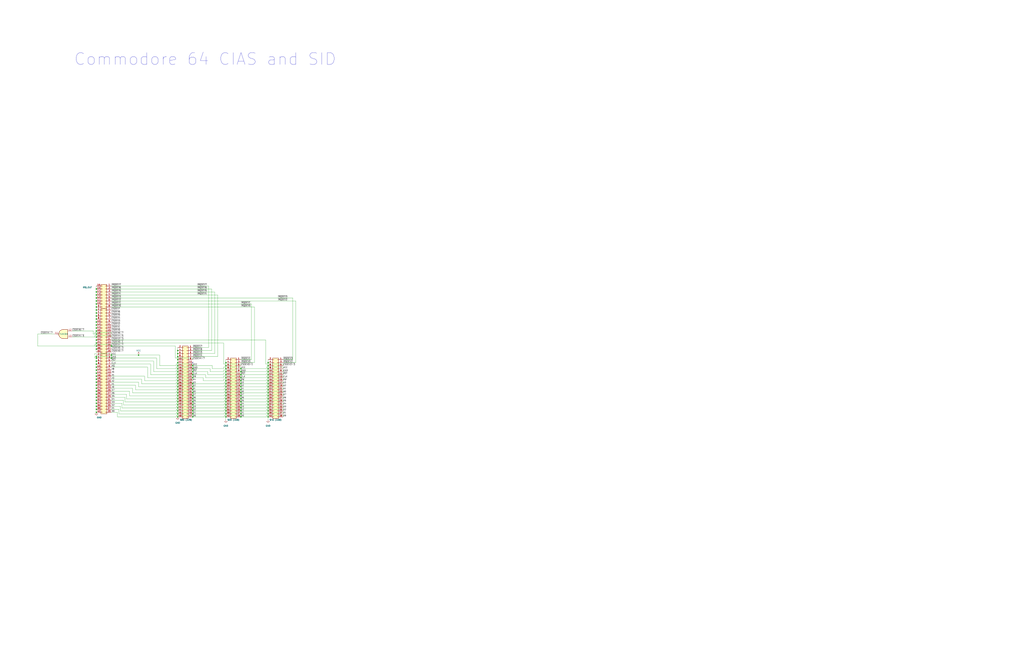
<source format=kicad_sch>
(kicad_sch (version 20211123) (generator eeschema)
  (paper "D")
  (lib_symbols
    (symbol "74xx:74HC00" (pin_names (offset 1.016))
      (property "Reference" "U" (at 0 1.27 0))
      (property "Value" "74HC00" (at 0 -1.27 0))
      (symbol "74HC00_1_1"
        (pin input line (at -7.62 2.54 0) (length 3.81) (name "~") (number "1"))
        (pin input line (at -7.62 -2.54 0) (length 3.81) (name "~") (number "2"))
        (pin output inverted (at 7.62 0 180) (length 3.81) (name "~") (number "3"))
      )
      (symbol "74HC00_1_2"
        (pin input inverted (at -7.62 2.54 0) (length 4.318) (name "~") (number "1"))
        (pin input inverted (at -7.62 -2.54 0) (length 4.318) (name "~") (number "2"))
        (pin output line (at 7.62 0 180) (length 3.81) (name "~") (number "3"))
      )
      (symbol "74HC00_2_1"
        (pin input line (at -7.62 2.54 0) (length 3.81) (name "~") (number "4"))
        (pin input line (at -7.62 -2.54 0) (length 3.81) (name "~") (number "5"))
        (pin output inverted (at 7.62 0 180) (length 3.81) (name "~") (number "6"))
      )
      (symbol "74HC00_2_2"
        (pin input inverted (at -7.62 2.54 0) (length 4.318) (name "~") (number "4"))
        (pin input inverted (at -7.62 -2.54 0) (length 4.318) (name "~") (number "5"))
        (pin output line (at 7.62 0 180) (length 3.81) (name "~") (number "6"))
      )
      (symbol "74HC00_3_1"
        (pin input line (at -7.62 -2.54 0) (length 3.81) (name "~") (number "10"))
        (pin output inverted (at 7.62 0 180) (length 3.81) (name "~") (number "8"))
        (pin input line (at -7.62 2.54 0) (length 3.81) (name "~") (number "9"))
      )
      (symbol "74HC00_3_2"
        (pin input inverted (at -7.62 -2.54 0) (length 4.318) (name "~") (number "10"))
        (pin output line (at 7.62 0 180) (length 3.81) (name "~") (number "8"))
        (pin input inverted (at -7.62 2.54 0) (length 4.318) (name "~") (number "9"))
      )
      (symbol "74HC00_4_1"
        (pin output inverted (at 7.62 0 180) (length 3.81) (name "~") (number "11"))
        (pin input line (at -7.62 2.54 0) (length 3.81) (name "~") (number "12"))
        (pin input line (at -7.62 -2.54 0) (length 3.81) (name "~") (number "13"))
      )
      (symbol "74HC00_4_2"
        (pin output line (at 7.62 0 180) (length 3.81) (name "~") (number "11"))
        (pin input inverted (at -7.62 2.54 0) (length 4.318) (name "~") (number "12"))
        (pin input inverted (at -7.62 -2.54 0) (length 4.318) (name "~") (number "13"))
      )
      (symbol "74HC00_5_0"
        (pin power_in line (at 0 12.7 270) (length 5.08) (name "VCC") (number "14"))
        (pin power_in line (at 0 -12.7 90) (length 5.08) (name "GND") (number "7"))
      )
    )
    (symbol "Connector_Generic:Conn_02x08_Counter_Clockwise" (pin_names (offset 1.016) hide)
      (property "Reference" "J" (at 1.27 10.16 0))
      (property "Value" "Conn_02x08_Counter_Clockwise" (at 1.27 -12.7 0))
      (symbol "Conn_02x08_Counter_Clockwise_1_1"
        (pin passive line (at -5.08 7.62 0) (length 3.81) (name "Pin_1") (number "1"))
        (pin passive line (at 7.62 -7.62 180) (length 3.81) (name "Pin_10") (number "10"))
        (pin passive line (at 7.62 -5.08 180) (length 3.81) (name "Pin_11") (number "11"))
        (pin passive line (at 7.62 -2.54 180) (length 3.81) (name "Pin_12") (number "12"))
        (pin passive line (at 7.62 0 180) (length 3.81) (name "Pin_13") (number "13"))
        (pin passive line (at 7.62 2.54 180) (length 3.81) (name "Pin_14") (number "14"))
        (pin passive line (at 7.62 5.08 180) (length 3.81) (name "Pin_15") (number "15"))
        (pin passive line (at 7.62 7.62 180) (length 3.81) (name "Pin_16") (number "16"))
        (pin passive line (at -5.08 5.08 0) (length 3.81) (name "Pin_2") (number "2"))
        (pin passive line (at -5.08 2.54 0) (length 3.81) (name "Pin_3") (number "3"))
        (pin passive line (at -5.08 0 0) (length 3.81) (name "Pin_4") (number "4"))
        (pin passive line (at -5.08 -2.54 0) (length 3.81) (name "Pin_5") (number "5"))
        (pin passive line (at -5.08 -5.08 0) (length 3.81) (name "Pin_6") (number "6"))
        (pin passive line (at -5.08 -7.62 0) (length 3.81) (name "Pin_7") (number "7"))
        (pin passive line (at -5.08 -10.16 0) (length 3.81) (name "Pin_8") (number "8"))
        (pin passive line (at 7.62 -10.16 180) (length 3.81) (name "Pin_9") (number "9"))
      )
    )
    (symbol "Connector_Generic:Conn_02x15_Odd_Even" (pin_names (offset 1.016) hide)
      (property "Reference" "J" (at 1.27 20.32 0))
      (property "Value" "Conn_02x15_Odd_Even" (at 1.27 -20.32 0))
      (symbol "Conn_02x15_Odd_Even_1_1"
        (pin passive line (at -5.08 17.78 0) (length 3.81) (name "Pin_1") (number "1"))
        (pin passive line (at 7.62 7.62 180) (length 3.81) (name "Pin_10") (number "10"))
        (pin passive line (at -5.08 5.08 0) (length 3.81) (name "Pin_11") (number "11"))
        (pin passive line (at 7.62 5.08 180) (length 3.81) (name "Pin_12") (number "12"))
        (pin passive line (at -5.08 2.54 0) (length 3.81) (name "Pin_13") (number "13"))
        (pin passive line (at 7.62 2.54 180) (length 3.81) (name "Pin_14") (number "14"))
        (pin passive line (at -5.08 0 0) (length 3.81) (name "Pin_15") (number "15"))
        (pin passive line (at 7.62 0 180) (length 3.81) (name "Pin_16") (number "16"))
        (pin passive line (at -5.08 -2.54 0) (length 3.81) (name "Pin_17") (number "17"))
        (pin passive line (at 7.62 -2.54 180) (length 3.81) (name "Pin_18") (number "18"))
        (pin passive line (at -5.08 -5.08 0) (length 3.81) (name "Pin_19") (number "19"))
        (pin passive line (at 7.62 17.78 180) (length 3.81) (name "Pin_2") (number "2"))
        (pin passive line (at 7.62 -5.08 180) (length 3.81) (name "Pin_20") (number "20"))
        (pin passive line (at -5.08 -7.62 0) (length 3.81) (name "Pin_21") (number "21"))
        (pin passive line (at 7.62 -7.62 180) (length 3.81) (name "Pin_22") (number "22"))
        (pin passive line (at -5.08 -10.16 0) (length 3.81) (name "Pin_23") (number "23"))
        (pin passive line (at 7.62 -10.16 180) (length 3.81) (name "Pin_24") (number "24"))
        (pin passive line (at -5.08 -12.7 0) (length 3.81) (name "Pin_25") (number "25"))
        (pin passive line (at 7.62 -12.7 180) (length 3.81) (name "Pin_26") (number "26"))
        (pin passive line (at -5.08 -15.24 0) (length 3.81) (name "Pin_27") (number "27"))
        (pin passive line (at 7.62 -15.24 180) (length 3.81) (name "Pin_28") (number "28"))
        (pin passive line (at -5.08 -17.78 0) (length 3.81) (name "Pin_29") (number "29"))
        (pin passive line (at -5.08 15.24 0) (length 3.81) (name "Pin_3") (number "3"))
        (pin passive line (at 7.62 -17.78 180) (length 3.81) (name "Pin_30") (number "30"))
        (pin passive line (at 7.62 15.24 180) (length 3.81) (name "Pin_4") (number "4"))
        (pin passive line (at -5.08 12.7 0) (length 3.81) (name "Pin_5") (number "5"))
        (pin passive line (at 7.62 12.7 180) (length 3.81) (name "Pin_6") (number "6"))
        (pin passive line (at -5.08 10.16 0) (length 3.81) (name "Pin_7") (number "7"))
        (pin passive line (at 7.62 10.16 180) (length 3.81) (name "Pin_8") (number "8"))
        (pin passive line (at -5.08 7.62 0) (length 3.81) (name "Pin_9") (number "9"))
      )
    )
    (symbol "Connector_Generic:Conn_02x20_Odd_Even" (pin_names (offset 1.016) hide)
      (property "Reference" "J" (at 1.27 25.4 0))
      (property "Value" "Conn_02x20_Odd_Even" (at 1.27 -27.94 0))
      (symbol "Conn_02x20_Odd_Even_1_1"
        (pin passive line (at -5.08 22.86 0) (length 3.81) (name "Pin_1") (number "1"))
        (pin passive line (at 7.62 12.7 180) (length 3.81) (name "Pin_10") (number "10"))
        (pin passive line (at -5.08 10.16 0) (length 3.81) (name "Pin_11") (number "11"))
        (pin passive line (at 7.62 10.16 180) (length 3.81) (name "Pin_12") (number "12"))
        (pin passive line (at -5.08 7.62 0) (length 3.81) (name "Pin_13") (number "13"))
        (pin passive line (at 7.62 7.62 180) (length 3.81) (name "Pin_14") (number "14"))
        (pin passive line (at -5.08 5.08 0) (length 3.81) (name "Pin_15") (number "15"))
        (pin passive line (at 7.62 5.08 180) (length 3.81) (name "Pin_16") (number "16"))
        (pin passive line (at -5.08 2.54 0) (length 3.81) (name "Pin_17") (number "17"))
        (pin passive line (at 7.62 2.54 180) (length 3.81) (name "Pin_18") (number "18"))
        (pin passive line (at -5.08 0 0) (length 3.81) (name "Pin_19") (number "19"))
        (pin passive line (at 7.62 22.86 180) (length 3.81) (name "Pin_2") (number "2"))
        (pin passive line (at 7.62 0 180) (length 3.81) (name "Pin_20") (number "20"))
        (pin passive line (at -5.08 -2.54 0) (length 3.81) (name "Pin_21") (number "21"))
        (pin passive line (at 7.62 -2.54 180) (length 3.81) (name "Pin_22") (number "22"))
        (pin passive line (at -5.08 -5.08 0) (length 3.81) (name "Pin_23") (number "23"))
        (pin passive line (at 7.62 -5.08 180) (length 3.81) (name "Pin_24") (number "24"))
        (pin passive line (at -5.08 -7.62 0) (length 3.81) (name "Pin_25") (number "25"))
        (pin passive line (at 7.62 -7.62 180) (length 3.81) (name "Pin_26") (number "26"))
        (pin passive line (at -5.08 -10.16 0) (length 3.81) (name "Pin_27") (number "27"))
        (pin passive line (at 7.62 -10.16 180) (length 3.81) (name "Pin_28") (number "28"))
        (pin passive line (at -5.08 -12.7 0) (length 3.81) (name "Pin_29") (number "29"))
        (pin passive line (at -5.08 20.32 0) (length 3.81) (name "Pin_3") (number "3"))
        (pin passive line (at 7.62 -12.7 180) (length 3.81) (name "Pin_30") (number "30"))
        (pin passive line (at -5.08 -15.24 0) (length 3.81) (name "Pin_31") (number "31"))
        (pin passive line (at 7.62 -15.24 180) (length 3.81) (name "Pin_32") (number "32"))
        (pin passive line (at -5.08 -17.78 0) (length 3.81) (name "Pin_33") (number "33"))
        (pin passive line (at 7.62 -17.78 180) (length 3.81) (name "Pin_34") (number "34"))
        (pin passive line (at -5.08 -20.32 0) (length 3.81) (name "Pin_35") (number "35"))
        (pin passive line (at 7.62 -20.32 180) (length 3.81) (name "Pin_36") (number "36"))
        (pin passive line (at -5.08 -22.86 0) (length 3.81) (name "Pin_37") (number "37"))
        (pin passive line (at 7.62 -22.86 180) (length 3.81) (name "Pin_38") (number "38"))
        (pin passive line (at -5.08 -25.4 0) (length 3.81) (name "Pin_39") (number "39"))
        (pin passive line (at 7.62 20.32 180) (length 3.81) (name "Pin_4") (number "4"))
        (pin passive line (at 7.62 -25.4 180) (length 3.81) (name "Pin_40") (number "40"))
        (pin passive line (at -5.08 17.78 0) (length 3.81) (name "Pin_5") (number "5"))
        (pin passive line (at 7.62 17.78 180) (length 3.81) (name "Pin_6") (number "6"))
        (pin passive line (at -5.08 15.24 0) (length 3.81) (name "Pin_7") (number "7"))
        (pin passive line (at 7.62 15.24 180) (length 3.81) (name "Pin_8") (number "8"))
        (pin passive line (at -5.08 12.7 0) (length 3.81) (name "Pin_9") (number "9"))
      )
    )
    (symbol "Connector_Generic:Conn_02x24_Odd_Even" (pin_names (offset 1.016) hide)
      (property "Reference" "J" (at 1.27 30.48 0))
      (property "Value" "Conn_02x24_Odd_Even" (at 1.27 -33.02 0))
      (symbol "Conn_02x24_Odd_Even_1_1"
        (pin passive line (at -5.08 27.94 0) (length 3.81) (name "Pin_1") (number "1"))
        (pin passive line (at 7.62 17.78 180) (length 3.81) (name "Pin_10") (number "10"))
        (pin passive line (at -5.08 15.24 0) (length 3.81) (name "Pin_11") (number "11"))
        (pin passive line (at 7.62 15.24 180) (length 3.81) (name "Pin_12") (number "12"))
        (pin passive line (at -5.08 12.7 0) (length 3.81) (name "Pin_13") (number "13"))
        (pin passive line (at 7.62 12.7 180) (length 3.81) (name "Pin_14") (number "14"))
        (pin passive line (at -5.08 10.16 0) (length 3.81) (name "Pin_15") (number "15"))
        (pin passive line (at 7.62 10.16 180) (length 3.81) (name "Pin_16") (number "16"))
        (pin passive line (at -5.08 7.62 0) (length 3.81) (name "Pin_17") (number "17"))
        (pin passive line (at 7.62 7.62 180) (length 3.81) (name "Pin_18") (number "18"))
        (pin passive line (at -5.08 5.08 0) (length 3.81) (name "Pin_19") (number "19"))
        (pin passive line (at 7.62 27.94 180) (length 3.81) (name "Pin_2") (number "2"))
        (pin passive line (at 7.62 5.08 180) (length 3.81) (name "Pin_20") (number "20"))
        (pin passive line (at -5.08 2.54 0) (length 3.81) (name "Pin_21") (number "21"))
        (pin passive line (at 7.62 2.54 180) (length 3.81) (name "Pin_22") (number "22"))
        (pin passive line (at -5.08 0 0) (length 3.81) (name "Pin_23") (number "23"))
        (pin passive line (at 7.62 0 180) (length 3.81) (name "Pin_24") (number "24"))
        (pin passive line (at -5.08 -2.54 0) (length 3.81) (name "Pin_25") (number "25"))
        (pin passive line (at 7.62 -2.54 180) (length 3.81) (name "Pin_26") (number "26"))
        (pin passive line (at -5.08 -5.08 0) (length 3.81) (name "Pin_27") (number "27"))
        (pin passive line (at 7.62 -5.08 180) (length 3.81) (name "Pin_28") (number "28"))
        (pin passive line (at -5.08 -7.62 0) (length 3.81) (name "Pin_29") (number "29"))
        (pin passive line (at -5.08 25.4 0) (length 3.81) (name "Pin_3") (number "3"))
        (pin passive line (at 7.62 -7.62 180) (length 3.81) (name "Pin_30") (number "30"))
        (pin passive line (at -5.08 -10.16 0) (length 3.81) (name "Pin_31") (number "31"))
        (pin passive line (at 7.62 -10.16 180) (length 3.81) (name "Pin_32") (number "32"))
        (pin passive line (at -5.08 -12.7 0) (length 3.81) (name "Pin_33") (number "33"))
        (pin passive line (at 7.62 -12.7 180) (length 3.81) (name "Pin_34") (number "34"))
        (pin passive line (at -5.08 -15.24 0) (length 3.81) (name "Pin_35") (number "35"))
        (pin passive line (at 7.62 -15.24 180) (length 3.81) (name "Pin_36") (number "36"))
        (pin passive line (at -5.08 -17.78 0) (length 3.81) (name "Pin_37") (number "37"))
        (pin passive line (at 7.62 -17.78 180) (length 3.81) (name "Pin_38") (number "38"))
        (pin passive line (at -5.08 -20.32 0) (length 3.81) (name "Pin_39") (number "39"))
        (pin passive line (at 7.62 25.4 180) (length 3.81) (name "Pin_4") (number "4"))
        (pin passive line (at 7.62 -20.32 180) (length 3.81) (name "Pin_40") (number "40"))
        (pin passive line (at -5.08 -22.86 0) (length 3.81) (name "Pin_41") (number "41"))
        (pin passive line (at 7.62 -22.86 180) (length 3.81) (name "Pin_42") (number "42"))
        (pin passive line (at -5.08 -25.4 0) (length 3.81) (name "Pin_43") (number "43"))
        (pin passive line (at 7.62 -25.4 180) (length 3.81) (name "Pin_44") (number "44"))
        (pin passive line (at -5.08 -27.94 0) (length 3.81) (name "Pin_45") (number "45"))
        (pin passive line (at 7.62 -27.94 180) (length 3.81) (name "Pin_46") (number "46"))
        (pin passive line (at -5.08 -30.48 0) (length 3.81) (name "Pin_47") (number "47"))
        (pin passive line (at 7.62 -30.48 180) (length 3.81) (name "Pin_48") (number "48"))
        (pin passive line (at -5.08 22.86 0) (length 3.81) (name "Pin_5") (number "5"))
        (pin passive line (at 7.62 22.86 180) (length 3.81) (name "Pin_6") (number "6"))
        (pin passive line (at -5.08 20.32 0) (length 3.81) (name "Pin_7") (number "7"))
        (pin passive line (at 7.62 20.32 180) (length 3.81) (name "Pin_8") (number "8"))
        (pin passive line (at -5.08 17.78 0) (length 3.81) (name "Pin_9") (number "9"))
      )
    )
    (symbol "GND_2" (power) (pin_names (offset 0))
      (property "Value" "GND_2" (at 0 -3.81 0))
      (symbol "GND_2_1_1"
        (pin power_in line (at 0 0 270) (length 0) hide (name "GND") (number "1"))
      )
    )
    (symbol "power:GND" (power) (pin_names (offset 0))
      (property "Value" "GND" (at 0 -3.81 0))
      (symbol "GND_1_1"
        (pin power_in line (at 0 0 270) (length 0) hide (name "GND") (number "1"))
      )
    )
    (symbol "power:VCC" (power) (pin_names (offset 0))
      (property "Value" "VCC" (at 0 3.81 0))
      (symbol "VCC_1_1"
        (pin power_in line (at 0 0 90) (length 0) hide (name "VCC") (number "1"))
      )
    )
  )
  (junction (at 81.28 345.44))
  (junction (at 81.28 335.28))
  (junction (at 149.86 311.15))
  (junction (at 149.86 328.93))
  (junction (at 149.86 323.85))
  (junction (at 162.56 339.09))
  (junction (at 149.86 336.55))
  (junction (at 226.06 351.79))
  (junction (at 149.86 295.91))
  (junction (at 81.28 256.54))
  (junction (at 203.2 318.77))
  (junction (at 149.86 334.01))
  (junction (at 81.28 325.12))
  (junction (at 162.56 336.55))
  (junction (at 162.56 326.39))
  (junction (at 190.5 316.23))
  (junction (at 81.28 320.04))
  (junction (at 190.5 336.55))
  (junction (at 149.86 316.23))
  (junction (at 203.2 339.09))
  (junction (at 162.56 351.79))
  (junction (at 81.28 342.9))
  (junction (at 203.2 346.71))
  (junction (at 81.28 332.74))
  (junction (at 190.5 326.39))
  (junction (at 149.86 321.31))
  (junction (at 226.06 313.69))
  (junction (at 81.28 259.08))
  (junction (at 226.06 331.47))
  (junction (at 81.28 246.38))
  (junction (at 190.5 318.77))
  (junction (at 226.06 328.93))
  (junction (at 226.06 334.01))
  (junction (at 226.06 341.63))
  (junction (at 149.86 331.47))
  (junction (at 162.56 344.17))
  (junction (at 81.28 248.92))
  (junction (at 190.5 351.79))
  (junction (at 149.86 349.25))
  (junction (at 81.28 292.1))
  (junction (at 81.28 281.94))
  (junction (at 81.28 287.02))
  (junction (at 81.28 276.86))
  (junction (at 203.2 331.47))
  (junction (at 81.28 327.66))
  (junction (at 81.28 274.32))
  (junction (at 81.28 271.78))
  (junction (at 190.5 339.09))
  (junction (at 81.28 294.64))
  (junction (at 203.2 311.15))
  (junction (at 149.86 339.09))
  (junction (at 226.06 349.25))
  (junction (at 81.28 322.58))
  (junction (at 81.28 330.2))
  (junction (at 81.28 279.4))
  (junction (at 81.28 314.96))
  (junction (at 81.28 251.46))
  (junction (at 162.56 331.47))
  (junction (at 149.86 303.53))
  (junction (at 81.28 307.34))
  (junction (at 203.2 328.93))
  (junction (at 203.2 326.39))
  (junction (at 116.84 299.72))
  (junction (at 190.5 306.07))
  (junction (at 149.86 300.99))
  (junction (at 149.86 298.45))
  (junction (at 149.86 326.39))
  (junction (at 93.98 292.1))
  (junction (at 203.2 313.69))
  (junction (at 149.86 344.17))
  (junction (at 162.56 313.69))
  (junction (at 93.98 302.26))
  (junction (at 162.56 334.01))
  (junction (at 190.5 346.71))
  (junction (at 226.06 346.71))
  (junction (at 149.86 308.61))
  (junction (at 81.28 340.36))
  (junction (at 162.56 323.85))
  (junction (at 190.5 308.61))
  (junction (at 226.06 323.85))
  (junction (at 203.2 316.23))
  (junction (at 81.28 347.98))
  (junction (at 226.06 316.23))
  (junction (at 190.5 323.85))
  (junction (at 149.86 351.79))
  (junction (at 162.56 318.77))
  (junction (at 149.86 346.71))
  (junction (at 81.28 284.48))
  (junction (at 226.06 318.77))
  (junction (at 190.5 328.93))
  (junction (at 81.28 243.84))
  (junction (at 81.28 304.8))
  (junction (at 190.5 341.63))
  (junction (at 226.06 339.09))
  (junction (at 203.2 341.63))
  (junction (at 81.28 317.5))
  (junction (at 203.2 344.17))
  (junction (at 149.86 318.77))
  (junction (at 162.56 346.71))
  (junction (at 226.06 326.39))
  (junction (at 162.56 316.23))
  (junction (at 81.28 337.82))
  (junction (at 203.2 351.79))
  (junction (at 81.28 254))
  (junction (at 190.5 334.01))
  (junction (at 190.5 321.31))
  (junction (at 93.98 299.72))
  (junction (at 226.06 321.31))
  (junction (at 190.5 331.47))
  (junction (at 203.2 334.01))
  (junction (at 162.56 328.93))
  (junction (at 81.28 261.62))
  (junction (at 226.06 336.55))
  (junction (at 226.06 311.15))
  (junction (at 190.5 313.69))
  (junction (at 149.86 341.63))
  (junction (at 162.56 308.61))
  (junction (at 81.28 312.42))
  (junction (at 162.56 341.63))
  (junction (at 81.28 309.88))
  (junction (at 81.28 289.56))
  (junction (at 149.86 306.07))
  (junction (at 81.28 266.7))
  (junction (at 226.06 306.07))
  (junction (at 203.2 323.85))
  (junction (at 149.86 313.69))
  (junction (at 203.2 321.31))
  (junction (at 203.2 349.25))
  (junction (at 81.28 269.24))
  (junction (at 203.2 336.55))
  (junction (at 226.06 308.61))
  (junction (at 81.28 302.26))
  (junction (at 190.5 349.25))
  (junction (at 190.5 344.17))
  (junction (at 162.56 311.15))
  (junction (at 162.56 349.25))
  (junction (at 81.28 264.16))
  (junction (at 81.28 300.99))
  (junction (at 190.5 311.15))
  (junction (at 226.06 344.17))
  (no_connect (at 162.56 306.07))
  (wire (pts (xy 190.5 316.23) (xy 190.5 318.77)))
  (wire (pts (xy 149.86 308.61) (xy 149.86 311.15)))
  (wire (pts (xy 162.56 340.36) (xy 162.56 341.63)))
  (wire (pts (xy 190.5 321.31) (xy 190.5 323.85)))
  (wire (pts (xy 203.2 303.53) (xy 212.09 303.53)))
  (wire (pts (xy 190.5 349.25) (xy 190.5 351.79)))
  (wire (pts (xy 80.01 302.26) (xy 80.01 300.99)))
  (wire (pts (xy 226.06 313.69) (xy 226.06 316.23)))
  (wire (pts (xy 189.23 334.01) (xy 189.23 332.74)))
  (wire (pts (xy 173.355 316.23) (xy 162.56 316.23)))
  (wire (pts (xy 189.23 325.12) (xy 203.2 325.12)))
  (wire (pts (xy 224.79 317.5) (xy 238.76 317.5)))
  (wire (pts (xy 162.56 328.93) (xy 189.23 328.93)))
  (wire (pts (xy 224.79 335.28) (xy 238.76 335.28)))
  (wire (pts (xy 93.98 335.28) (xy 105.41 335.28)))
  (wire (pts (xy 132.08 311.15) (xy 132.08 302.26)))
  (wire (pts (xy 127 316.23) (xy 148.59 316.23)))
  (wire (pts (xy 162.56 339.09) (xy 189.23 339.09)))
  (wire (pts (xy 81.28 300.99) (xy 93.98 300.99)))
  (wire (pts (xy 183.515 300.99) (xy 183.515 248.92)))
  (wire (pts (xy 224.79 339.09) (xy 224.79 337.82)))
  (wire (pts (xy 224.79 337.82) (xy 238.76 337.82)))
  (wire (pts (xy 188.595 316.23) (xy 175.26 316.23)))
  (wire (pts (xy 179.07 308.61) (xy 162.56 308.61)))
  (wire (pts (xy 188.595 318.77) (xy 173.355 318.77)))
  (wire (pts (xy 238.76 345.44) (xy 238.76 346.71)))
  (wire (pts (xy 190.5 339.09) (xy 190.5 341.63)))
  (wire (pts (xy 188.595 313.69) (xy 177.165 313.69)))
  (wire (pts (xy 93.98 299.72) (xy 116.84 299.72)))
  (wire (pts (xy 81.28 342.9) (xy 81.28 345.44)))
  (wire (pts (xy 190.5 341.63) (xy 190.5 344.17)))
  (wire (pts (xy 80.01 281.94) (xy 78.74 281.94)))
  (wire (pts (xy 238.76 347.98) (xy 238.76 349.25)))
  (wire (pts (xy 149.86 323.85) (xy 149.86 326.39)))
  (wire (pts (xy 148.59 351.79) (xy 148.59 350.52)))
  (wire (pts (xy 203.2 349.25) (xy 224.79 349.25)))
  (wire (pts (xy 81.28 314.96) (xy 81.28 317.5)))
  (wire (pts (xy 148.59 334.01) (xy 148.59 332.74)))
  (wire (pts (xy 149.86 311.15) (xy 149.86 313.69)))
  (wire (pts (xy 81.28 292.1) (xy 81.28 294.64)))
  (wire (pts (xy 102.87 344.17) (xy 148.59 344.17)))
  (wire (pts (xy 224.79 342.9) (xy 238.76 342.9)))
  (wire (pts (xy 190.5 346.71) (xy 190.5 349.25)))
  (wire (pts (xy 162.56 313.69) (xy 175.26 313.69)))
  (wire (pts (xy 148.59 342.9) (xy 162.56 342.9)))
  (wire (pts (xy 121.92 317.5) (xy 121.92 321.31)))
  (wire (pts (xy 148.59 312.42) (xy 162.56 312.42)))
  (wire (pts (xy 124.46 318.77) (xy 124.46 309.88)))
  (wire (pts (xy 162.56 330.2) (xy 162.56 331.47)))
  (wire (pts (xy 188.595 307.34) (xy 188.595 289.56)))
  (wire (pts (xy 189.23 339.09) (xy 189.23 337.82)))
  (wire (pts (xy 93.98 342.9) (xy 101.6 342.9)))
  (wire (pts (xy 81.28 345.44) (xy 81.28 347.98)))
  (wire (pts (xy 203.2 342.9) (xy 203.2 344.17)))
  (wire (pts (xy 203.2 328.93) (xy 224.79 328.93)))
  (wire (pts (xy 81.28 294.64) (xy 81.28 297.18)))
  (wire (pts (xy 31.75 292.1) (xy 80.01 292.1)))
  (wire (pts (xy 148.59 332.74) (xy 162.56 332.74)))
  (wire (pts (xy 111.76 331.47) (xy 148.59 331.47)))
  (wire (pts (xy 81.28 304.8) (xy 81.28 307.34)))
  (wire (pts (xy 148.59 316.23) (xy 148.59 314.96)))
  (wire (pts (xy 162.56 351.79) (xy 189.23 351.79)))
  (wire (pts (xy 190.5 323.85) (xy 190.5 326.39)))
  (wire (pts (xy 203.2 350.52) (xy 203.2 351.79)))
  (wire (pts (xy 81.28 248.92) (xy 81.28 251.46)))
  (wire (pts (xy 81.28 320.04) (xy 81.28 322.58)))
  (wire (pts (xy 80.01 300.99) (xy 81.28 300.99)))
  (wire (pts (xy 129.54 313.69) (xy 148.59 313.69)))
  (wire (pts (xy 203.2 336.55) (xy 224.79 336.55)))
  (wire (pts (xy 147.955 302.26) (xy 147.955 292.1)))
  (wire (pts (xy 148.59 350.52) (xy 162.56 350.52)))
  (wire (pts (xy 45.72 281.94) (xy 31.75 281.94)))
  (wire (pts (xy 238.76 303.53) (xy 247.015 303.53)))
  (wire (pts (xy 148.59 330.2) (xy 162.56 330.2)))
  (wire (pts (xy 162.56 302.26) (xy 162.56 303.53)))
  (wire (pts (xy 81.28 340.36) (xy 81.28 342.9)))
  (wire (pts (xy 238.76 327.66) (xy 238.76 328.93)))
  (wire (pts (xy 162.56 335.28) (xy 162.56 336.55)))
  (wire (pts (xy 226.06 323.85) (xy 226.06 326.39)))
  (wire (pts (xy 189.23 332.74) (xy 203.2 332.74)))
  (wire (pts (xy 189.23 349.25) (xy 189.23 347.98)))
  (wire (pts (xy 179.07 311.15) (xy 179.07 308.61)))
  (wire (pts (xy 81.28 274.32) (xy 81.28 276.86)))
  (wire (pts (xy 226.06 316.23) (xy 226.06 318.77)))
  (wire (pts (xy 190.5 351.79) (xy 190.5 354.33)))
  (wire (pts (xy 226.06 341.63) (xy 226.06 344.17)))
  (wire (pts (xy 149.86 313.69) (xy 149.86 316.23)))
  (wire (pts (xy 132.08 311.15) (xy 148.59 311.15)))
  (wire (pts (xy 93.98 254) (xy 249.555 254)))
  (wire (pts (xy 203.2 322.58) (xy 203.2 323.85)))
  (wire (pts (xy 162.56 322.58) (xy 162.56 323.85)))
  (wire (pts (xy 203.2 318.77) (xy 203.2 317.5)))
  (wire (pts (xy 134.62 308.61) (xy 148.59 308.61)))
  (wire (pts (xy 81.28 335.28) (xy 81.28 337.82)))
  (wire (pts (xy 149.86 344.17) (xy 149.86 346.71)))
  (wire (pts (xy 224.79 325.12) (xy 238.76 325.12)))
  (wire (pts (xy 162.56 331.47) (xy 189.23 331.47)))
  (wire (pts (xy 162.56 327.66) (xy 162.56 328.93)))
  (wire (pts (xy 81.28 266.7) (xy 81.28 269.24)))
  (wire (pts (xy 224.79 313.69) (xy 224.79 312.42)))
  (wire (pts (xy 226.06 311.15) (xy 226.06 313.69)))
  (wire (pts (xy 238.76 312.42) (xy 238.76 313.69)))
  (wire (pts (xy 189.23 337.82) (xy 203.2 337.82)))
  (wire (pts (xy 226.06 328.93) (xy 226.06 331.47)))
  (wire (pts (xy 189.23 347.98) (xy 203.2 347.98)))
  (wire (pts (xy 149.86 303.53) (xy 149.86 306.07)))
  (wire (pts (xy 224.79 347.98) (xy 238.76 347.98)))
  (wire (pts (xy 162.56 293.37) (xy 175.895 293.37)))
  (wire (pts (xy 148.59 322.58) (xy 162.56 322.58)))
  (wire (pts (xy 203.2 314.96) (xy 188.595 314.96)))
  (wire (pts (xy 203.2 325.12) (xy 203.2 326.39)))
  (wire (pts (xy 162.56 336.55) (xy 189.23 336.55)))
  (wire (pts (xy 190.5 313.69) (xy 190.5 316.23)))
  (wire (pts (xy 148.59 336.55) (xy 148.59 335.28)))
  (wire (pts (xy 81.28 241.3) (xy 81.28 243.84)))
  (wire (pts (xy 226.06 346.71) (xy 226.06 349.25)))
  (wire (pts (xy 60.96 284.48) (xy 80.01 284.48)))
  (wire (pts (xy 238.76 317.5) (xy 238.76 318.77)))
  (wire (pts (xy 116.84 326.39) (xy 148.59 326.39)))
  (wire (pts (xy 93.98 347.98) (xy 99.06 347.98)))
  (wire (pts (xy 190.5 344.17) (xy 190.5 346.71)))
  (wire (pts (xy 188.595 320.04) (xy 188.595 321.31)))
  (wire (pts (xy 148.59 325.12) (xy 162.56 325.12)))
  (wire (pts (xy 148.59 320.04) (xy 162.56 320.04)))
  (wire (pts (xy 100.33 349.25) (xy 148.59 349.25)))
  (wire (pts (xy 224.79 349.25) (xy 224.79 347.98)))
  (wire (pts (xy 93.98 322.58) (xy 116.84 322.58)))
  (wire (pts (xy 148.59 339.09) (xy 148.59 337.82)))
  (wire (pts (xy 104.14 337.82) (xy 104.14 341.63)))
  (wire (pts (xy 203.2 316.23) (xy 203.2 314.96)))
  (wire (pts (xy 189.23 350.52) (xy 203.2 350.52)))
  (wire (pts (xy 106.68 332.74) (xy 106.68 336.55)))
  (wire (pts (xy 81.28 300.99) (xy 81.28 302.26)))
  (wire (pts (xy 162.56 332.74) (xy 162.56 334.01)))
  (wire (pts (xy 190.5 328.93) (xy 190.5 331.47)))
  (wire (pts (xy 80.01 280.67) (xy 93.98 280.67)))
  (wire (pts (xy 149.86 341.63) (xy 149.86 344.17)))
  (wire (pts (xy 238.76 306.07) (xy 249.555 306.07)))
  (wire (pts (xy 93.98 340.36) (xy 102.87 340.36)))
  (wire (pts (xy 162.56 347.98) (xy 162.56 349.25)))
  (wire (pts (xy 238.76 320.04) (xy 238.76 321.31)))
  (wire (pts (xy 114.3 328.93) (xy 148.59 328.93)))
  (wire (pts (xy 149.86 336.55) (xy 149.86 339.09)))
  (wire (pts (xy 162.56 309.88) (xy 162.56 311.15)))
  (wire (pts (xy 81.28 261.62) (xy 81.28 264.16)))
  (wire (pts (xy 149.86 331.47) (xy 149.86 334.01)))
  (wire (pts (xy 203.2 320.04) (xy 188.595 320.04)))
  (wire (pts (xy 81.28 251.46) (xy 81.28 254)))
  (wire (pts (xy 224.79 334.01) (xy 224.79 332.74)))
  (wire (pts (xy 93.98 327.66) (xy 111.76 327.66)))
  (wire (pts (xy 224.79 322.58) (xy 238.76 322.58)))
  (wire (pts (xy 81.28 307.34) (xy 81.28 309.88)))
  (wire (pts (xy 190.5 303.53) (xy 190.5 306.07)))
  (wire (pts (xy 189.23 322.58) (xy 203.2 322.58)))
  (wire (pts (xy 80.01 284.48) (xy 80.01 283.21)))
  (wire (pts (xy 203.2 327.66) (xy 203.2 328.93)))
  (wire (pts (xy 189.23 344.17) (xy 189.23 342.9)))
  (wire (pts (xy 162.56 337.82) (xy 162.56 339.09)))
  (wire (pts (xy 93.98 283.21) (xy 93.98 284.48)))
  (wire (pts (xy 238.76 332.74) (xy 238.76 334.01)))
  (wire (pts (xy 224.79 332.74) (xy 238.76 332.74)))
  (wire (pts (xy 224.79 309.88) (xy 238.76 309.88)))
  (wire (pts (xy 238.76 337.82) (xy 238.76 339.09)))
  (wire (pts (xy 203.2 306.07) (xy 214.63 306.07)))
  (wire (pts (xy 175.895 293.37) (xy 175.895 241.3)))
  (wire (pts (xy 224.79 326.39) (xy 224.79 325.12)))
  (wire (pts (xy 203.2 330.2) (xy 203.2 331.47)))
  (wire (pts (xy 80.01 283.21) (xy 93.98 283.21)))
  (wire (pts (xy 162.56 300.99) (xy 183.515 300.99)))
  (wire (pts (xy 224.79 314.96) (xy 238.76 314.96)))
  (wire (pts (xy 238.76 340.36) (xy 238.76 341.63)))
  (wire (pts (xy 81.28 279.4) (xy 81.28 281.94)))
  (wire (pts (xy 162.56 323.85) (xy 189.23 323.85)))
  (wire (pts (xy 149.86 349.25) (xy 149.86 351.79)))
  (wire (pts (xy 162.56 314.96) (xy 162.56 316.23)))
  (wire (pts (xy 93.98 307.34) (xy 127 307.34)))
  (wire (pts (xy 162.56 334.01) (xy 189.23 334.01)))
  (wire (pts (xy 119.38 323.85) (xy 148.59 323.85)))
  (wire (pts (xy 148.59 308.61) (xy 148.59 307.34)))
  (wire (pts (xy 203.2 318.77) (xy 224.79 318.77)))
  (wire (pts (xy 101.6 342.9) (xy 101.6 346.71)))
  (wire (pts (xy 149.86 306.07) (xy 149.86 308.61)))
  (wire (pts (xy 224.79 346.71) (xy 224.79 345.44)))
  (wire (pts (xy 189.23 323.85) (xy 189.23 322.58)))
  (wire (pts (xy 148.59 314.96) (xy 162.56 314.96)))
  (wire (pts (xy 148.59 341.63) (xy 148.59 340.36)))
  (wire (pts (xy 81.28 337.82) (xy 81.28 340.36)))
  (wire (pts (xy 224.79 323.85) (xy 224.79 322.58)))
  (wire (pts (xy 81.28 332.74) (xy 81.28 335.28)))
  (wire (pts (xy 203.2 309.88) (xy 188.595 309.88)))
  (wire (pts (xy 93.98 298.45) (xy 93.98 299.72)))
  (wire (pts (xy 148.59 326.39) (xy 148.59 325.12)))
  (wire (pts (xy 224.79 350.52) (xy 238.76 350.52)))
  (wire (pts (xy 99.06 351.79) (xy 148.59 351.79)))
  (wire (pts (xy 109.22 330.2) (xy 109.22 334.01)))
  (wire (pts (xy 203.2 337.82) (xy 203.2 339.09)))
  (wire (pts (xy 81.28 243.84) (xy 81.28 246.38)))
  (wire (pts (xy 148.59 318.77) (xy 148.59 317.5)))
  (wire (pts (xy 189.23 328.93) (xy 189.23 327.66)))
  (wire (pts (xy 119.38 320.04) (xy 119.38 323.85)))
  (wire (pts (xy 224.79 331.47) (xy 224.79 330.2)))
  (wire (pts (xy 203.2 307.34) (xy 188.595 307.34)))
  (wire (pts (xy 81.28 309.88) (xy 81.28 312.42)))
  (wire (pts (xy 80.01 299.72) (xy 80.01 298.45)))
  (wire (pts (xy 80.01 290.83) (xy 93.98 290.83)))
  (wire (pts (xy 148.59 307.34) (xy 162.56 307.34)))
  (wire (pts (xy 226.06 306.07) (xy 226.06 308.61)))
  (wire (pts (xy 180.975 298.45) (xy 180.975 246.38)))
  (wire (pts (xy 106.68 336.55) (xy 148.59 336.55)))
  (wire (pts (xy 148.59 313.69) (xy 148.59 312.42)))
  (wire (pts (xy 188.595 312.42) (xy 188.595 313.69)))
  (wire (pts (xy 224.79 318.77) (xy 224.79 317.5)))
  (wire (pts (xy 203.2 341.63) (xy 224.79 341.63)))
  (wire (pts (xy 224.79 311.15) (xy 224.79 309.88)))
  (wire (pts (xy 203.2 340.36) (xy 203.2 341.63)))
  (wire (pts (xy 203.2 332.74) (xy 203.2 334.01)))
  (wire (pts (xy 81.28 330.2) (xy 81.28 332.74)))
  (wire (pts (xy 105.41 339.09) (xy 148.59 339.09)))
  (wire (pts (xy 175.26 316.23) (xy 175.26 313.69)))
  (wire (pts (xy 189.23 335.28) (xy 203.2 335.28)))
  (wire (pts (xy 162.56 312.42) (xy 162.56 313.69)))
  (wire (pts (xy 127 316.23) (xy 127 307.34)))
  (wire (pts (xy 81.28 256.54) (xy 81.28 259.08)))
  (wire (pts (xy 148.59 328.93) (xy 148.59 327.66)))
  (wire (pts (xy 129.54 313.69) (xy 129.54 304.8)))
  (wire (pts (xy 224.79 345.44) (xy 238.76 345.44)))
  (wire (pts (xy 149.86 328.93) (xy 149.86 331.47)))
  (wire (pts (xy 177.165 313.69) (xy 177.165 311.15)))
  (wire (pts (xy 188.595 309.88) (xy 188.595 311.15)))
  (wire (pts (xy 238.76 309.88) (xy 238.76 311.15)))
  (wire (pts (xy 188.595 317.5) (xy 188.595 318.77)))
  (wire (pts (xy 134.62 299.72) (xy 134.62 308.61)))
  (wire (pts (xy 149.86 351.79) (xy 149.86 352.425)))
  (wire (pts (xy 93.98 280.67) (xy 93.98 281.94)))
  (wire (pts (xy 148.59 337.82) (xy 162.56 337.82)))
  (wire (pts (xy 203.2 347.98) (xy 203.2 349.25)))
  (wire (pts (xy 162.56 307.34) (xy 162.56 308.61)))
  (wire (pts (xy 149.86 346.71) (xy 149.86 349.25)))
  (wire (pts (xy 81.28 246.38) (xy 81.28 248.92)))
  (wire (pts (xy 224.79 316.23) (xy 224.79 314.96)))
  (wire (pts (xy 188.595 321.31) (xy 171.45 321.31)))
  (wire (pts (xy 148.59 347.98) (xy 162.56 347.98)))
  (wire (pts (xy 148.59 327.66) (xy 162.56 327.66)))
  (wire (pts (xy 189.23 327.66) (xy 203.2 327.66)))
  (wire (pts (xy 203.2 345.44) (xy 203.2 346.71)))
  (wire (pts (xy 189.23 341.63) (xy 189.23 340.36)))
  (wire (pts (xy 93.98 251.46) (xy 247.015 251.46)))
  (wire (pts (xy 149.86 339.09) (xy 149.86 341.63)))
  (wire (pts (xy 203.2 311.15) (xy 203.2 309.88)))
  (wire (pts (xy 226.06 326.39) (xy 226.06 328.93)))
  (wire (pts (xy 224.79 327.66) (xy 238.76 327.66)))
  (wire (pts (xy 203.2 334.01) (xy 224.79 334.01)))
  (wire (pts (xy 93.98 345.44) (xy 100.33 345.44)))
  (wire (pts (xy 80.01 281.94) (xy 80.01 280.67)))
  (wire (pts (xy 93.98 246.38) (xy 180.975 246.38)))
  (wire (pts (xy 190.5 336.55) (xy 190.5 339.09)))
  (wire (pts (xy 81.28 317.5) (xy 81.28 320.04)))
  (wire (pts (xy 226.06 308.61) (xy 226.06 311.15)))
  (wire (pts (xy 226.06 349.25) (xy 226.06 351.79)))
  (wire (pts (xy 238.76 342.9) (xy 238.76 344.17)))
  (wire (pts (xy 148.59 309.88) (xy 162.56 309.88)))
  (wire (pts (xy 162.56 298.45) (xy 180.975 298.45)))
  (wire (pts (xy 203.2 346.71) (xy 224.79 346.71)))
  (wire (pts (xy 190.5 334.01) (xy 190.5 336.55)))
  (wire (pts (xy 105.41 335.28) (xy 105.41 339.09)))
  (wire (pts (xy 148.59 345.44) (xy 162.56 345.44)))
  (wire (pts (xy 162.56 302.26) (xy 147.955 302.26)))
  (wire (pts (xy 81.28 269.24) (xy 81.28 271.78)))
  (wire (pts (xy 203.2 311.15) (xy 224.79 311.15)))
  (wire (pts (xy 189.23 351.79) (xy 189.23 350.52)))
  (wire (pts (xy 189.23 330.2) (xy 203.2 330.2)))
  (wire (pts (xy 188.595 317.5) (xy 203.2 317.5)))
  (wire (pts (xy 149.86 326.39) (xy 149.86 328.93)))
  (wire (pts (xy 93.98 317.5) (xy 121.92 317.5)))
  (wire (pts (xy 203.2 321.31) (xy 203.2 320.04)))
  (wire (pts (xy 224.79 321.31) (xy 224.79 320.04)))
  (wire (pts (xy 224.79 312.42) (xy 238.76 312.42)))
  (wire (pts (xy 189.23 342.9) (xy 203.2 342.9)))
  (wire (pts (xy 203.2 321.31) (xy 224.79 321.31)))
  (wire (pts (xy 238.76 330.2) (xy 238.76 331.47)))
  (wire (pts (xy 188.595 314.96) (xy 188.595 316.23)))
  (wire (pts (xy 162.56 342.9) (xy 162.56 344.17)))
  (wire (pts (xy 93.98 289.56) (xy 188.595 289.56)))
  (wire (pts (xy 203.2 313.69) (xy 224.79 313.69)))
  (wire (pts (xy 81.28 254) (xy 81.28 256.54)))
  (wire (pts (xy 149.86 295.91) (xy 149.86 298.45)))
  (wire (pts (xy 162.56 326.39) (xy 189.23 326.39)))
  (wire (pts (xy 81.28 302.26) (xy 81.28 304.8)))
  (wire (pts (xy 93.98 248.92) (xy 183.515 248.92)))
  (wire (pts (xy 149.86 318.77) (xy 149.86 321.31)))
  (wire (pts (xy 226.06 303.53) (xy 226.06 306.07)))
  (wire (pts (xy 203.2 323.85) (xy 224.79 323.85)))
  (wire (pts (xy 149.86 300.99) (xy 149.86 303.53)))
  (wire (pts (xy 149.86 321.31) (xy 149.86 323.85)))
  (wire (pts (xy 226.06 318.77) (xy 226.06 321.31)))
  (wire (pts (xy 81.28 276.86) (xy 81.28 279.4)))
  (wire (pts (xy 81.28 259.08) (xy 81.28 261.62)))
  (wire (pts (xy 226.06 336.55) (xy 226.06 339.09)))
  (wire (pts (xy 224.79 336.55) (xy 224.79 335.28)))
  (wire (pts (xy 162.56 341.63) (xy 189.23 341.63)))
  (wire (pts (xy 114.3 325.12) (xy 114.3 328.93)))
  (wire (pts (xy 249.555 306.07) (xy 249.555 254)))
  (wire (pts (xy 149.86 293.37) (xy 149.86 295.91)))
  (wire (pts (xy 81.28 284.48) (xy 81.28 287.02)))
  (wire (pts (xy 149.86 298.45) (xy 149.86 300.99)))
  (wire (pts (xy 203.2 316.23) (xy 224.79 316.23)))
  (wire (pts (xy 203.2 308.61) (xy 203.2 307.34)))
  (wire (pts (xy 81.28 289.56) (xy 81.28 292.1)))
  (wire (pts (xy 247.015 251.46) (xy 247.015 303.53)))
  (wire (pts (xy 93.98 259.08) (xy 214.63 259.08)))
  (wire (pts (xy 148.59 323.85) (xy 148.59 322.58)))
  (wire (pts (xy 224.79 330.2) (xy 238.76 330.2)))
  (wire (pts (xy 148.59 321.31) (xy 148.59 320.04)))
  (wire (pts (xy 189.23 345.44) (xy 203.2 345.44)))
  (wire (pts (xy 190.5 311.15) (xy 190.5 313.69)))
  (wire (pts (xy 214.63 306.07) (xy 214.63 259.08)))
  (wire (pts (xy 162.56 325.12) (xy 162.56 326.39)))
  (wire (pts (xy 189.23 340.36) (xy 203.2 340.36)))
  (wire (pts (xy 148.59 346.71) (xy 148.59 345.44)))
  (wire (pts (xy 162.56 320.04) (xy 162.56 321.31)))
  (wire (pts (xy 81.28 322.58) (xy 81.28 325.12)))
  (wire (pts (xy 224.155 307.34) (xy 224.155 287.02)))
  (wire (pts (xy 224.79 320.04) (xy 238.76 320.04)))
  (wire (pts (xy 224.79 340.36) (xy 238.76 340.36)))
  (wire (pts (xy 226.06 331.47) (xy 226.06 334.01)))
  (wire (pts (xy 189.23 331.47) (xy 189.23 330.2)))
  (wire (pts (xy 189.23 326.39) (xy 189.23 325.12)))
  (wire (pts (xy 31.75 281.94) (xy 31.75 292.1)))
  (wire (pts (xy 148.59 331.47) (xy 148.59 330.2)))
  (wire (pts (xy 148.59 317.5) (xy 162.56 317.5)))
  (wire (pts (xy 81.28 327.66) (xy 81.28 330.2)))
  (wire (pts (xy 104.14 341.63) (xy 148.59 341.63)))
  (wire (pts (xy 190.5 326.39) (xy 190.5 328.93)))
  (wire (pts (xy 149.86 316.23) (xy 149.86 318.77)))
  (wire (pts (xy 190.5 318.77) (xy 190.5 321.31)))
  (wire (pts (xy 203.2 351.79) (xy 224.79 351.79)))
  (wire (pts (xy 226.06 339.09) (xy 226.06 341.63)))
  (wire (pts (xy 81.28 299.72) (xy 81.28 300.99)))
  (wire (pts (xy 203.2 312.42) (xy 188.595 312.42)))
  (wire (pts (xy 148.59 344.17) (xy 148.59 342.9)))
  (wire (pts (xy 190.5 331.47) (xy 190.5 334.01)))
  (wire (pts (xy 93.98 292.1) (xy 147.955 292.1)))
  (wire (pts (xy 203.2 335.28) (xy 203.2 336.55)))
  (wire (pts (xy 93.98 256.54) (xy 212.09 256.54)))
  (wire (pts (xy 78.74 281.94) (xy 78.74 279.4)))
  (wire (pts (xy 93.98 302.26) (xy 132.08 302.26)))
  (wire (pts (xy 177.165 311.15) (xy 162.56 311.15)))
  (wire (pts (xy 109.22 334.01) (xy 148.59 334.01)))
  (wire (pts (xy 162.56 346.71) (xy 189.23 346.71)))
  (wire (pts (xy 203.2 326.39) (xy 224.79 326.39)))
  (wire (pts (xy 162.56 317.5) (xy 162.56 318.77)))
  (wire (pts (xy 124.46 318.77) (xy 148.59 318.77)))
  (wire (pts (xy 162.56 349.25) (xy 189.23 349.25)))
  (wire (pts (xy 99.06 347.98) (xy 99.06 351.79)))
  (wire (pts (xy 162.56 350.52) (xy 162.56 351.79)))
  (wire (pts (xy 121.92 321.31) (xy 148.59 321.31)))
  (wire (pts (xy 224.79 328.93) (xy 224.79 327.66)))
  (wire (pts (xy 93.98 325.12) (xy 114.3 325.12)))
  (wire (pts (xy 80.01 292.1) (xy 80.01 290.83)))
  (wire (pts (xy 190.5 308.61) (xy 190.5 311.15)))
  (wire (pts (xy 238.76 308.61) (xy 238.76 307.34)))
  (wire (pts (xy 178.435 243.84) (xy 178.435 295.91)))
  (wire (pts (xy 81.28 264.16) (xy 81.28 266.7)))
  (wire (pts (xy 190.5 306.07) (xy 190.5 308.61)))
  (wire (pts (xy 81.28 325.12) (xy 81.28 327.66)))
  (wire (pts (xy 100.33 345.44) (xy 100.33 349.25)))
  (wire (pts (xy 162.56 344.17) (xy 189.23 344.17)))
  (wire (pts (xy 238.76 314.96) (xy 238.76 316.23)))
  (wire (pts (xy 93.98 337.82) (xy 104.14 337.82)))
  (wire (pts (xy 203.2 331.47) (xy 224.79 331.47)))
  (wire (pts (xy 203.2 313.69) (xy 203.2 312.42)))
  (wire (pts (xy 93.98 290.83) (xy 93.98 292.1)))
  (wire (pts (xy 93.98 320.04) (xy 119.38 320.04)))
  (wire (pts (xy 226.06 321.31) (xy 226.06 323.85)))
  (wire (pts (xy 93.98 243.84) (xy 178.435 243.84)))
  (wire (pts (xy 224.79 351.79) (xy 224.79 350.52)))
  (wire (pts (xy 171.45 321.31) (xy 171.45 318.77)))
  (wire (pts (xy 124.46 309.88) (xy 93.98 309.88)))
  (wire (pts (xy 93.98 287.02) (xy 224.155 287.02)))
  (wire (pts (xy 238.76 325.12) (xy 238.76 326.39)))
  (wire (pts (xy 93.98 241.3) (xy 175.895 241.3)))
  (wire (pts (xy 80.01 298.45) (xy 93.98 298.45)))
  (wire (pts (xy 93.98 332.74) (xy 106.68 332.74)))
  (wire (pts (xy 238.76 350.52) (xy 238.76 351.79)))
  (wire (pts (xy 203.2 339.09) (xy 224.79 339.09)))
  (wire (pts (xy 81.28 287.02) (xy 81.28 289.56)))
  (wire (pts (xy 226.06 334.01) (xy 226.06 336.55)))
  (wire (pts (xy 148.59 349.25) (xy 148.59 347.98)))
  (wire (pts (xy 93.98 300.99) (xy 93.98 302.26)))
  (wire (pts (xy 189.23 336.55) (xy 189.23 335.28)))
  (wire (pts (xy 226.06 344.17) (xy 226.06 346.71)))
  (wire (pts (xy 60.96 279.4) (xy 78.74 279.4)))
  (wire (pts (xy 81.28 312.42) (xy 81.28 314.96)))
  (wire (pts (xy 93.98 330.2) (xy 109.22 330.2)))
  (wire (pts (xy 148.59 335.28) (xy 162.56 335.28)))
  (wire (pts (xy 149.86 334.01) (xy 149.86 336.55)))
  (wire (pts (xy 238.76 335.28) (xy 238.76 336.55)))
  (wire (pts (xy 238.76 307.34) (xy 224.155 307.34)))
  (wire (pts (xy 81.28 271.78) (xy 81.28 274.32)))
  (wire (pts (xy 148.59 340.36) (xy 162.56 340.36)))
  (wire (pts (xy 116.84 299.72) (xy 134.62 299.72)))
  (wire (pts (xy 189.23 346.71) (xy 189.23 345.44)))
  (wire (pts (xy 111.76 327.66) (xy 111.76 331.47)))
  (wire (pts (xy 102.87 340.36) (xy 102.87 344.17)))
  (wire (pts (xy 178.435 295.91) (xy 162.56 295.91)))
  (wire (pts (xy 224.79 341.63) (xy 224.79 340.36)))
  (wire (pts (xy 226.06 351.79) (xy 226.06 354.33)))
  (wire (pts (xy 203.2 344.17) (xy 224.79 344.17)))
  (wire (pts (xy 212.09 256.54) (xy 212.09 303.53)))
  (wire (pts (xy 148.59 311.15) (xy 148.59 309.88)))
  (wire (pts (xy 101.6 346.71) (xy 148.59 346.71)))
  (wire (pts (xy 81.28 281.94) (xy 81.28 284.48)))
  (wire (pts (xy 93.98 304.8) (xy 129.54 304.8)))
  (wire (pts (xy 188.595 311.15) (xy 179.07 311.15)))
  (wire (pts (xy 162.56 318.77) (xy 171.45 318.77)))
  (wire (pts (xy 173.355 318.77) (xy 173.355 316.23)))
  (wire (pts (xy 224.79 344.17) (xy 224.79 342.9)))
  (wire (pts (xy 116.84 322.58) (xy 116.84 326.39)))
  (wire (pts (xy 162.56 345.44) (xy 162.56 346.71)))
  (wire (pts (xy 238.76 322.58) (xy 238.76 323.85)))
  (text "Commodore 64 CIAS and SID" (at 62.23 55.88 0) (effects (font (size 10 10)) (justify left bottom)))
  (label "~{CSDEV6-7}" (at 71.12 279.4 180))
  (label "D6" (at 162.56 336.55 0))
  (label "~{CSDEV0-3}" (at 93.98 294.64 0))
  (label "D7" (at 93.98 330.2 0))
  (label "GND" (at 238.76 313.69 0))
  (label "~{IRQDEV6}" (at 166.37 243.84 0))
  (label "~{IRQDEV1}" (at 203.2 256.54 0))
  (label "D1" (at 93.98 345.44 0))
  (label "D5" (at 93.98 335.28 0))
  (label "~{IRQDEV5}" (at 166.37 246.38 0))
  (label "~{CSDEV4-7}" (at 162.56 303.53 0))
  (label "VCC" (at 238.76 311.15 0))
  (label "~{IRQDEV6}" (at 162.56 295.91 0))
  (label "D4" (at 203.2 341.63 0))
  (label "A3" (at 162.56 323.85 0))
  (label "~{CSDEV2-3}" (at 238.76 308.61 0))
  (label "~{RST}" (at 203.2 316.23 0))
  (label "A2" (at 93.98 322.58 0))
  (label "~{IRQDEV3}" (at 238.76 303.53 0))
  (label "R~{W}" (at 93.98 309.88 0))
  (label "D0" (at 162.56 351.79 0))
  (label "~{IRQDEV2}" (at 238.76 306.07 0))
  (label "~{IRQDEV0}" (at 93.98 259.08 0))
  (label "~{IRQDEV7}" (at 166.37 241.3 0))
  (label "~{IRQDEV3}" (at 93.98 251.46 0))
  (label "~{RST}" (at 162.56 313.69 0))
  (label "~{CSDEV2-3}" (at 93.98 287.02 0))
  (label "~{CSDEV6}" (at 93.98 264.16 0))
  (label "CLK" (at 203.2 318.77 0))
  (label "~{IRQDEV0}" (at 203.2 306.07 0))
  (label "A2" (at 238.76 326.39 0))
  (label "A3" (at 238.76 323.85 0))
  (label "~{CSDEV0}" (at 93.98 279.4 0))
  (label "~{IRQDEV0}" (at 203.2 259.08 0))
  (label "A3" (at 93.98 320.04 0))
  (label "D0" (at 93.98 347.98 0))
  (label "~{CSDEV4-7}" (at 44.45 281.94 180))
  (label "~{IRQDEV4}" (at 93.98 248.92 0))
  (label "~{CSDEV7}" (at 93.98 261.62 0))
  (label "A0" (at 162.56 331.47 0))
  (label "A5" (at 93.98 314.96 0))
  (label "A1" (at 162.56 328.93 0))
  (label "D6" (at 93.98 332.74 0))
  (label "D6" (at 203.2 336.55 0))
  (label "D7" (at 203.2 334.01 0))
  (label "~{RST}" (at 93.98 304.8 0))
  (label "D5" (at 203.2 339.09 0))
  (label "A2" (at 162.56 326.39 0))
  (label "~{CSDEV4}" (at 93.98 269.24 0))
  (label "D2" (at 93.98 342.9 0))
  (label "D1" (at 203.2 349.25 0))
  (label "~{IRQDEV6}" (at 93.98 243.84 0))
  (label "D3" (at 238.76 344.17 0))
  (label "~{IRQDEV1}" (at 203.2 303.53 0))
  (label "A8" (at 93.98 312.42 0))
  (label "~{RST}" (at 238.76 316.23 0))
  (label "~{CSDEV4-5}" (at 71.12 284.48 180))
  (label "CLK" (at 93.98 307.34 0))
  (label "~{CSDEV0-7}" (at 93.98 297.18 0))
  (label "D2" (at 203.2 346.71 0))
  (label "D0" (at 238.76 351.79 0))
  (label "~{CSDEV0-1}" (at 203.2 308.61 0))
  (label "~{IRQDEV2}" (at 93.98 254 0))
  (label "A0" (at 93.98 327.66 0))
  (label "D4" (at 238.76 341.63 0))
  (label "D3" (at 203.2 344.17 0))
  (label "~{IRQDEV4}" (at 166.37 248.92 0))
  (label "A1" (at 93.98 325.12 0))
  (label "R~{W}" (at 238.76 321.31 0))
  (label "VCC" (at 93.98 299.72 0))
  (label "A0" (at 238.76 331.47 0))
  (label "GND" (at 162.56 311.15 0))
  (label "D5" (at 162.56 339.09 0))
  (label "D3" (at 93.98 340.36 0))
  (label "R~{W}" (at 162.56 318.77 0))
  (label "D1" (at 162.56 349.25 0))
  (label "GND" (at 203.2 313.69 0))
  (label "~{CSDEV4-5}" (at 93.98 284.48 0))
  (label "A3" (at 203.2 323.85 0))
  (label "A2" (at 203.2 326.39 0))
  (label "A4" (at 162.56 321.31 0))
  (label "D1" (at 238.76 349.25 0))
  (label "CLK" (at 238.76 318.77 0))
  (label "GND" (at 93.98 302.26 0))
  (label "A0" (at 203.2 331.47 0))
  (label "CLK" (at 162.56 316.23 0))
  (label "~{IRQDEV7}" (at 162.56 293.37 0))
  (label "D3" (at 162.56 344.17 0))
  (label "D7" (at 238.76 334.01 0))
  (label "D2" (at 238.76 346.71 0))
  (label "D6" (at 238.76 336.55 0))
  (label "D7" (at 162.56 334.01 0))
  (label "D0" (at 203.2 351.79 0))
  (label "~{IRQDEV4}" (at 162.56 300.99 0))
  (label "~{CSDEV6-7}" (at 93.98 281.94 0))
  (label "D4" (at 162.56 341.63 0))
  (label "~{CSDEV2}" (at 93.98 274.32 0))
  (label "~{IRQDEV3}" (at 234.315 251.46 0))
  (label "~{IRQDEV5}" (at 162.56 298.45 0))
  (label "R~{W}" (at 203.2 321.31 0))
  (label "~{CSDEV0-1}" (at 93.98 289.56 0))
  (label "D5" (at 238.76 339.09 0))
  (label "~{CSDEV4-7}" (at 93.98 292.1 0))
  (label "~{CSDEV1}" (at 93.98 276.86 0))
  (label "~{IRQDEV7}" (at 93.98 241.3 0))
  (label "~{IRQDEV2}" (at 234.315 254 0))
  (label "~{CSDEV3}" (at 93.98 271.78 0))
  (label "A1" (at 203.2 328.93 0))
  (label "D2" (at 162.56 346.71 0))
  (label "VCC" (at 203.2 311.15 0))
  (label "A1" (at 238.76 328.93 0))
  (label "VCC" (at 162.56 308.61 0))
  (label "D4" (at 93.98 337.82 0))
  (label "A4" (at 93.98 317.5 0))
  (label "~{CSDEV5}" (at 93.98 266.7 0))
  (label "~{IRQDEV5}" (at 93.98 246.38 0))
  (label "~{IRQDEV1}" (at 93.98 256.54 0))
  (symbol (lib_name "GND_2") (lib_id "power:GND") (at 226.06 354.33 0) (unit 1)
    (property "Reference" "#PWR0197" (effects hide))
    (property "Value" "GND" (at 226.06 359.41 0))
  )
  (symbol (lib_id "Connector_Generic:Conn_02x08_Counter_Clockwise") (at 88.9 248.92 0) (mirror y) (unit 1)
    (property "Reference" "J62" (effects hide))
    (property "Value" "IRQ_OUT" (at 73.66 242.57 0))
  )
  (symbol (lib_id "Connector_Generic:Conn_02x15_Odd_Even") (at 88.9 279.4 0) (mirror y) (unit 1)
    (property "Reference" "J63" (effects hide))
    (property "Value" "Device Select" (effects hide))
  )
  (symbol (lib_id "power:VCC") (at 116.84 299.72 0) (mirror y) (unit 1)
    (property "Reference" "#PWR0191" (effects hide))
    (property "Value" "VCC" (at 116.84 295.91 0))
  )
  (symbol (lib_id "Connector_Generic:Conn_02x24_Odd_Even") (at 157.48 321.31 0) (mirror y) (unit 1)
    (property "Reference" "J72" (effects hide))
    (property "Value" "$80 (32B)" (at 156.845 354.33 0))
  )
  (symbol (lib_id "74xx:74HC00") (at 53.34 281.94 0) (mirror y) (unit 4)
    (property "Reference" "U?" (effects hide))
    (property "Value" "74HC00" (at 53.34 281.94 0))
    (property "Datasheet" "http://www.ti.com/lit/gpn/sn74hc00" (effects hide))
  )
  (symbol (lib_name "GND_2") (lib_id "power:GND") (at 190.5 354.33 0) (unit 1)
    (property "Reference" "#PWR0196" (effects hide))
    (property "Value" "GND" (at 190.5 359.41 0))
  )
  (symbol (lib_id "power:GND") (at 81.28 347.98 0) (mirror y) (unit 1)
    (property "Reference" "#PWR0192" (effects hide))
    (property "Value" "GND" (at 83.693 352.3742 0))
  )
  (symbol (lib_name "GND_2") (lib_id "power:GND") (at 149.86 351.79 0) (unit 1)
    (property "Reference" "#PWR0195" (effects hide))
    (property "Value" "GND" (at 149.86 356.87 0))
  )
  (symbol (lib_id "Connector_Generic:Conn_02x20_Odd_Even") (at 233.68 326.39 0) (mirror y) (unit 1)
    (property "Reference" "J77" (effects hide))
    (property "Value" "$40 (16B)" (at 232.41 354.33 0))
  )
  (symbol (lib_id "Connector_Generic:Conn_02x20_Odd_Even") (at 198.12 326.39 0) (mirror y) (unit 1)
    (property "Reference" "J76" (effects hide))
    (property "Value" "$00 (16B)" (at 196.85 354.33 0))
  )
  (symbol (lib_id "Connector_Generic:Conn_02x20_Odd_Even") (at 88.9 322.58 0) (mirror y) (unit 1)
    (property "Reference" "J64" (effects hide))
    (property "Value" "A/D Bus" (effects hide))
  )
)
</source>
